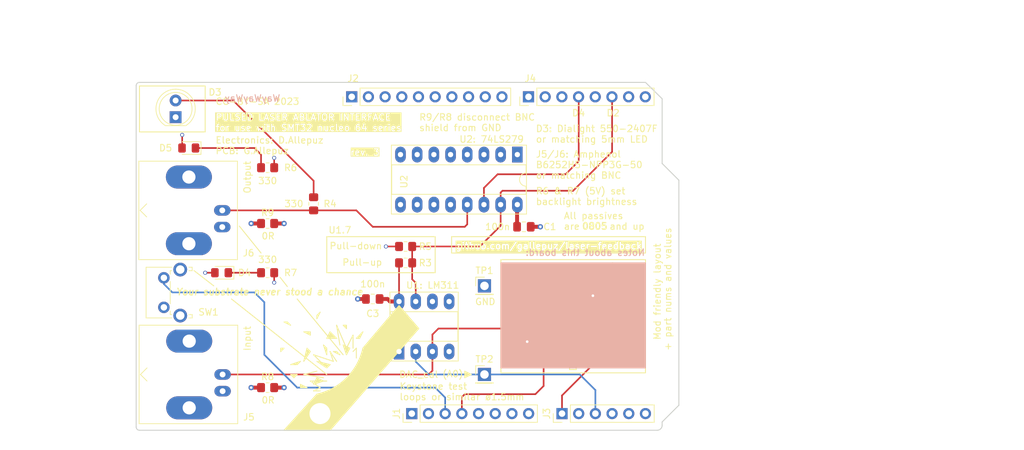
<source format=kicad_pcb>
(kicad_pcb (version 20221018) (generator pcbnew)
  (title_block (date "mar. 31 mars 2015"))
  (layers (0 "F.Cu" signal) (1 "In1.Cu" signal) (2 "In2.Cu" signal) (31 "B.Cu" signal) (34 "B.Paste" user) (35 "F.Paste" user) (36 "B.SilkS" user "B.Silkscreen") (37 "F.SilkS" user "F.Silkscreen") (38 "B.Mask" user) (39 "F.Mask" user) (44 "Edge.Cuts" user))
  (net 0 "")
  (net 1 "GND")
  (net 2 "Net-(D3-A)")
  (net 3 "+5V")
  (net 4 "/IOREF")
  (net 5 "/A0")
  (net 6 "/A1")
  (net 7 "/A2")
  (net 8 "/A3")
  (net 9 "/13")
  (net 10 "/12")
  (net 11 "/AREF")
  (net 12 "/8")
  (net 13 "/7")
  (net 14 "/*11")
  (net 15 "/*10")
  (net 16 "/*9")
  (net 17 "/4")
  (net 18 "/2")
  (net 19 "/*6")
  (net 20 "/*5")
  (net 21 "/TX{slash}1")
  (net 22 "/*3")
  (net 23 "/RX{slash}0")
  (net 24 "+3V3")
  (net 25 "VCC")
  (net 26 "/~{RESET}")
  (net 32 "Net-(J5-In)")
  (net 33 "Net-(J6-In)")
  (net 36 "Net-(D4-K)")
  (net 37 "Net-(D5-K)")
  (net 38 "Net-(J5-Ext)")
  (net 39 "Net-(J6-Ext)")
  (footprint "Connector_PinHeader_2.54mm:PinHeader_1x08_P2.54mm_Vertical" (layer "F.Cu") (at 127.94 97.46 90)
    (fp_text reference "J1" (at 0 -2.33 90) (layer "F.SilkS"))
    (fp_text value "Power")
    (fp_line (start -1.33 -1.33) (end 0 -1.33) (stroke (width 0.12)) (layer "F.SilkS"))
    (fp_line (start -1.33 0) (end -1.33 -1.33) (stroke (width 0.12)) (layer "F.SilkS"))
    (fp_line (start -1.33 1.27) (end -1.33 19.11) (stroke (width 0.12)) (layer "F.SilkS"))
    (fp_line (start -1.33 1.27) (end 1.33 1.27) (stroke (width 0.12)) (layer "F.SilkS"))
    (fp_line (start -1.33 19.11) (end 1.33 19.11) (stroke (width 0.12)) (layer "F.SilkS"))
    (fp_line (start 1.33 1.27) (end 1.33 19.11) (stroke (width 0.12)) (layer "F.SilkS"))
    (pad "1" thru_hole rect locked (at 0 0 90) (size 1.7 1.7) (drill 1) (layers "*.Cu" "*.Mask"))
    (pad "2" thru_hole oval locked (at 0 2.54 90) (size 1.7 1.7) (drill 1) (layers "*.Cu" "*.Mask") (net 4 "/IOREF"))
    (pad "3" thru_hole oval locked (at 0 5.08 90) (size 1.7 1.7) (drill 1) (layers "*.Cu" "*.Mask") (net 26 "/~{RESET}"))
    (pad "4" thru_hole oval locked (at 0 7.62 90) (size 1.7 1.7) (drill 1) (layers "*.Cu" "*.Mask") (net 24 "+3V3"))
    (pad "5" thru_hole oval locked (at 0 10.16 90) (size 1.7 1.7) (drill 1) (layers "*.Cu" "*.Mask") (net 3 "+5V"))
    (pad "6" thru_hole oval locked (at 0 12.7 90) (size 1.7 1.7) (drill 1) (layers "*.Cu" "*.Mask") (net 1 "GND"))
    (pad "7" thru_hole oval locked (at 0 15.24 90) (size 1.7 1.7) (drill 1) (layers "*.Cu" "*.Mask") (net 1 "GND"))
    (pad "8" thru_hole oval locked (at 0 17.78 90) (size 1.7 1.7) (drill 1) (layers "*.Cu" "*.Mask") (net 25 "VCC"))
  )
  (footprint "Connector_PinHeader_2.54mm:PinHeader_1x06_P2.54mm_Vertical" (layer "F.Cu") (at 150.8 97.46 90)
    (fp_text reference "J3" (at 0 -2.33 90) (layer "F.SilkS"))
    (fp_text value "Analog")
    (fp_line (start -1.33 -1.33) (end 0 -1.33) (stroke (width 0.12)) (layer "F.SilkS"))
    (fp_line (start -1.33 0) (end -1.33 -1.33) (stroke (width 0.12)) (layer "F.SilkS"))
    (fp_line (start -1.33 1.27) (end -1.33 14.03) (stroke (width 0.12)) (layer "F.SilkS"))
    (fp_line (start -1.33 1.27) (end 1.33 1.27) (stroke (width 0.12)) (layer "F.SilkS"))
    (fp_line (start -1.33 14.03) (end 1.33 14.03) (stroke (width 0.12)) (layer "F.SilkS"))
    (fp_line (start 1.33 1.27) (end 1.33 14.03) (stroke (width 0.12)) (layer "F.SilkS"))
    (pad "1" thru_hole rect locked (at 0 0 90) (size 1.7 1.7) (drill 1) (layers "*.Cu" "*.Mask") (net 5 "/A0"))
    (pad "2" thru_hole oval locked (at 0 2.54 90) (size 1.7 1.7) (drill 1) (layers "*.Cu" "*.Mask") (net 6 "/A1"))
    (pad "3" thru_hole oval locked (at 0 5.08 90) (size 1.7 1.7) (drill 1) (layers "*.Cu" "*.Mask") (net 7 "/A2"))
    (pad "4" thru_hole oval locked (at 0 7.62 90) (size 1.7 1.7) (drill 1) (layers "*.Cu" "*.Mask") (net 8 "/A3"))
    (pad "5" thru_hole oval locked (at 0 10.16 90) (size 1.7 1.7) (drill 1) (layers "*.Cu" "*.Mask"))
    (pad "6" thru_hole oval locked (at 0 12.7 90) (size 1.7 1.7) (drill 1) (layers "*.Cu" "*.Mask"))
  )
  (footprint "Connector_PinHeader_2.54mm:PinHeader_1x10_P2.54mm_Vertical" (layer "F.Cu") (at 118.8 49.2 90)
    (fp_text reference "J2" (at 2.8 0.204) (layer "F.SilkS"))
    (fp_text value "Digital/PWM")
    (fp_line (start -1.33 -1.33) (end 0 -1.33) (stroke (width 0.12)) (layer "F.SilkS"))
    (fp_line (start -1.33 0) (end -1.33 -1.33) (stroke (width 0.12)) (layer "F.SilkS"))
    (fp_line (start -1.33 1.27) (end -1.33 24.19) (stroke (width 0.12)) (layer "F.SilkS"))
    (fp_line (start -1.33 1.27) (end 1.33 1.27) (stroke (width 0.12)) (layer "F.SilkS"))
    (fp_line (start -1.33 24.19) (end 1.33 24.19) (stroke (width 0.12)) (layer "F.SilkS"))
    (fp_line (start 1.33 1.27) (end 1.33 24.19) (stroke (width 0.12)) (layer "F.SilkS"))
    (pad "1" thru_hole rect locked (at 0 0 90) (size 1.7 1.7) (drill 1) (layers "*.Cu" "*.Mask"))
    (pad "2" thru_hole oval locked (at 0 2.54 90) (size 1.7 1.7) (drill 1) (layers "*.Cu" "*.Mask"))
    (pad "3" thru_hole oval locked (at 0 5.08 90) (size 1.7 1.7) (drill 1) (layers "*.Cu" "*.Mask") (net 11 "/AREF"))
    (pad "4" thru_hole oval locked (at 0 7.62 90) (size 1.7 1.7) (drill 1) (layers "*.Cu" "*.Mask") (net 1 "GND"))
    (pad "5" thru_hole oval locked (at 0 10.16 90) (size 1.7 1.7) (drill 1) (layers "*.Cu" "*.Mask") (net 9 "/13"))
    (pad "6" thru_hole oval locked (at 0 12.7 90) (size 1.7 1.7) (drill 1) (layers "*.Cu" "*.Mask") (net 10 "/12"))
    (pad "7" thru_hole oval locked (at 0 15.24 90) (size 1.7 1.7) (drill 1) (layers "*.Cu" "*.Mask") (net 14 "/*11"))
    (pad "8" thru_hole oval locked (at 0 17.78 90) (size 1.7 1.7) (drill 1) (layers "*.Cu" "*.Mask") (net 15 "/*10"))
    (pad "9" thru_hole oval locked (at 0 20.32 90) (size 1.7 1.7) (drill 1) (layers "*.Cu" "*.Mask") (net 16 "/*9"))
    (pad "10" thru_hole oval locked (at 0 22.86 90) (size 1.7 1.7) (drill 1) (layers "*.Cu" "*.Mask") (net 12 "/8"))
  )
  (footprint "Connector_PinHeader_2.54mm:PinHeader_1x08_P2.54mm_Vertical" (layer "F.Cu") (at 145.7 49.2 90)
    (fp_text reference "J4" (at 2.8 0.28) (layer "F.SilkS"))
    (fp_text value "Digital/PWM")
    (fp_line (start -1.33 -1.33) (end 0 -1.33) (stroke (width 0.12)) (layer "F.SilkS"))
    (fp_line (start -1.33 0) (end -1.33 -1.33) (stroke (width 0.12)) (layer "F.SilkS"))
    (fp_line (start -1.33 1.27) (end -1.33 19.11) (stroke (width 0.12)) (layer "F.SilkS"))
    (fp_line (start -1.33 1.27) (end 1.33 1.27) (stroke (width 0.12)) (layer "F.SilkS"))
    (fp_line (start -1.33 19.11) (end 1.33 19.11) (stroke (width 0.12)) (layer "F.SilkS"))
    (fp_line (start 1.33 1.27) (end 1.33 19.11) (stroke (width 0.12)) (layer "F.SilkS"))
    (pad "1" thru_hole rect locked (at 0 0 90) (size 1.7 1.7) (drill 1) (layers "*.Cu" "*.Mask") (net 13 "/7"))
    (pad "2" thru_hole oval locked (at 0 2.54 90) (size 1.7 1.7) (drill 1) (layers "*.Cu" "*.Mask") (net 19 "/*6"))
    (pad "3" thru_hole oval locked (at 0 5.08 90) (size 1.7 1.7) (drill 1) (layers "*.Cu" "*.Mask") (net 20 "/*5"))
    (pad "4" thru_hole oval locked (at 0 7.62 90) (size 1.7 1.7) (drill 1) (layers "*.Cu" "*.Mask") (net 17 "/4"))
    (pad "5" thru_hole oval locked (at 0 10.16 90) (size 1.7 1.7) (drill 1) (layers "*.Cu" "*.Mask") (net 22 "/*3"))
    (pad "6" thru_hole oval locked (at 0 12.7 90) (size 1.7 1.7) (drill 1) (layers "*.Cu" "*.Mask") (net 18 "/2"))
    (pad "7" thru_hole oval locked (at 0 15.24 90) (size 1.7 1.7) (drill 1) (layers "*.Cu" "*.Mask") (net 21 "/TX{slash}1"))
    (pad "8" thru_hole oval locked (at 0 17.78 90) (size 1.7 1.7) (drill 1) (layers "*.Cu" "*.Mask") (net 23 "/RX{slash}0"))
  )
  (footprint "Diode_SMD:D_SOD-123" (layer "F.Cu") (at 152.5 86.2 90)
    (fp_text reference "D1" (at -3.8 0 90) (layer "F.SilkS"))
    (fp_text value "1N5711" hide)
    (fp_line (start -2.36 -1) (end -2.36 1) (stroke (width 0.12)) (layer "F.SilkS"))
    (fp_line (start -2.36 -1) (end 1.65 -1) (stroke (width 0.12)) (layer "F.SilkS"))
    (fp_line (start -2.36 1) (end 1.65 1) (stroke (width 0.12)) (layer "F.SilkS"))
    (pad "1" smd roundrect (at -1.65 0 90) (size 0.9 1.2) (layers "F.Cu" "F.Paste" "F.Mask") (net 24 "+3V3"))
    (pad "2" smd roundrect (at 1.65 0 90) (size 0.9 1.2) (layers "F.Cu" "F.Paste" "F.Mask") (net 5 "/A0"))
  )
  (footprint "Connector_PinHeader_2.54mm:PinHeader_1x01_P2.54mm_Vertical" (layer "F.Cu") (at 139 91.5)
    (fp_text reference "TP2" (at 0 -2.33) (layer "F.SilkS"))
    (fp_text value "DAC_cal" (at -10 0) (layer "F.SilkS"))
    (fp_line (start -1.33 -1.33) (end 0 -1.33) (stroke (width 0.12)) (layer "F.SilkS"))
    (fp_line (start -1.33 0) (end -1.33 -1.33) (stroke (width 0.12)) (layer "F.SilkS"))
    (fp_line (start -1.33 1.27) (end -1.33 1.33) (stroke (width 0.12)) (layer "F.SilkS"))
    (fp_line (start -1.33 1.27) (end 1.33 1.27) (stroke (width 0.12)) (layer "F.SilkS"))
    (fp_line (start -1.33 1.33) (end 1.33 1.33) (stroke (width 0.12)) (layer "F.SilkS"))
    (fp_line (start 1.33 1.27) (end 1.33 1.33) (stroke (width 0.12)) (layer "F.SilkS"))
    (pad "1" thru_hole rect (at 0 0) (size 2 2) (drill 1.3) (layers "*.Cu" "*.Mask") (net 7 "/A2"))
  )
  (footprint "Button_Switch_THT:SW_Tactile_SPST_Angled_PTS645Vx39-2LFS" (layer "F.Cu") (at 90.2125 81.275 90)
    (fp_text reference "SW1" (at -0.725 6.7875 180) (layer "F.SilkS"))
    (fp_text value "SW_Push")
    (fp_line (start -1.61 -2.7) (end -1.61 1.2) (stroke (width 0.12)) (layer "F.SilkS"))
    (fp_line (start -1.61 -2.7) (end 6.11 -2.7) (stroke (width 0.12)) (layer "F.SilkS"))
    (fp_line (start -1.61 3.8) (end -1.61 4.31) (stroke (width 0.12)) (layer "F.SilkS"))
    (fp_line (start -1.61 4.31) (end -1.09 4.31) (stroke (width 0.12)) (layer "F.SilkS"))
    (fp_line (start -1.09 0.97) (end -1.09 1.2) (stroke (width 0.12)) (layer "F.SilkS"))
    (fp_line (start -1.09 0.97) (end -0.55 0.97) (stroke (width 0.12)) (layer "F.SilkS"))
    (fp_line (start -1.09 3.8) (end -1.09 4.31) (stroke (width 0.12)) (layer "F.SilkS"))
    (fp_line (start 0.55 0.97) (end 3.95 0.97) (stroke (width 0.12)) (layer "F.SilkS"))
    (fp_line (start 5.05 0.97) (end 5.59 0.97) (stroke (width 0.12)) (layer "F.SilkS"))
    (fp_line (start 5.59 0.97) (end 5.59 1.2) (stroke (width 0.12)) (layer "F.SilkS"))
    (fp_line (start 5.59 3.8) (end 5.59 4.31) (stroke (width 0.12)) (layer "F.SilkS"))
    (fp_line (start 5.59 4.31) (end 6.11 4.31) (stroke (width 0.12)) (layer "F.SilkS"))
    (fp_line (start 6.11 -2.7) (end 6.11 1.2) (stroke (width 0.12)) (layer "F.SilkS"))
    (fp_line (start 6.11 3.8) (end 6.11 4.31) (stroke (width 0.12)) (layer "F.SilkS"))
    (pad "" thru_hole circle (at -1.25 2.49 90) (size 2.1 2.1) (drill 1.3) (layers "*.Cu" "*.Mask"))
    (pad "" thru_hole circle (at 5.76 2.49 90) (size 2.1 2.1) (drill 1.3) (layers "*.Cu" "*.Mask"))
    (pad "1" thru_hole circle (at 0 0 90) (size 1.75 1.75) (drill 0.99) (layers "*.Cu" "*.Mask") (net 1 "GND"))
    (pad "2" thru_hole circle (at 4.5 0 90) (size 1.75 1.75) (drill 0.99) (layers "*.Cu" "*.Mask") (net 26 "/~{RESET}"))
  )
  (footprint "LED_THT:LED_D5.0mm" (layer "F.Cu") (at 92 52.3 90)
    (fp_text reference "D3" (at 3.8 6 180) (layer "F.SilkS"))
    (fp_text value "LED")
    (fp_line (start -1.29 -1.545) (end -1.29 1.545) (stroke (width 0.12)) (layer "F.SilkS"))
    (fp_arc (start -1.29 -1.54483) (mid 2.072002 -2.880433) (end 4.26 0.000462) (stroke (width 0.12)) (layer "F.SilkS"))
    (fp_arc (start 4.26 -0.000462) (mid 2.072002 2.880433) (end -1.29 1.54483) (stroke (width 0.12)) (layer "F.SilkS"))
    (fp_circle (center 1.27 0) (end 3.77 0) (stroke (width 0.12)) (fill none) (layer "F.SilkS"))
    (pad "1" thru_hole rect (at 0 0 90) (size 1.8 1.8) (drill 0.9) (layers "*.Cu" "*.Mask") (net 1 "GND"))
    (pad "2" thru_hole circle (at 2.54 0 90) (size 1.8 1.8) (drill 0.9) (layers "*.Cu" "*.Mask") (net 2 "Net-(D3-A)"))
  )
  (footprint "Resistor_SMD:R_0805_2012Metric_Pad1.20x1.40mm_HandSolder" (layer "F.Cu") (at 106 76)
    (fp_text reference "R7" (at 3.5 0) (layer "F.SilkS"))
    (fp_text value "330" (at 0 -2) (layer "F.SilkS"))
    (fp_line (start -0.227064 -0.735) (end 0.227064 -0.735) (stroke (width 0.12)) (layer "F.SilkS"))
    (fp_line (start -0.227064 0.735) (end 0.227064 0.735) (stroke (width 0.12)) (layer "F.SilkS"))
    (pad "1" smd roundrect (at -1 0) (size 1.2 1.4) (layers "F.Cu" "F.Paste" "F.Mask") (roundrect_rratio 0.2083333333) (net 36 "Net-(D4-K)"))
    (pad "2" smd roundrect (at 1 0) (size 1.2 1.4) (layers "F.Cu" "F.Paste" "F.Mask") (roundrect_rratio 0.2083333333) (net 1 "GND"))
  )
  (footprint "Diode_SMD:D_SOD-123" (layer "F.Cu") (at 155.5 82.85 90)
    (fp_text reference "D2" (at -3.65 0 90) (layer "F.SilkS"))
    (fp_text value "1N5711" hide)
    (fp_line (start -2.36 -1) (end -2.36 1) (stroke (width 0.12)) (layer "F.SilkS"))
    (fp_line (start -2.36 -1) (end 1.65 -1) (stroke (width 0.12)) (layer "F.SilkS"))
    (fp_line (start -2.36 1) (end 1.65 1) (stroke (width 0.12)) (layer "F.SilkS"))
    (pad "1" smd roundrect (at -1.65 0 90) (size 0.9 1.2) (layers "F.Cu" "F.Paste" "F.Mask") (net 5 "/A0"))
    (pad "2" smd roundrect (at 1.65 0 90) (size 0.9 1.2) (layers "F.Cu" "F.Paste" "F.Mask") (net 1 "GND"))
  )
  (footprint "Connector_Coaxial:BNC_Amphenol_B6252HB-NPP3G-50_Horizontal" (layer "F.Cu") (at 99.15 91.5 90)
    (fp_text reference "J5" (at -6.5 4 180) (layer "F.SilkS"))
    (fp_text value "Conn_Coaxial")
    (fp_line (start -7.5 -12.7) (end 7.5 -12.7) (stroke (width 0.12)) (layer "F.SilkS"))
    (fp_line (start -7.5 2.3) (end -7.5 -12.7) (stroke (width 0.12)) (layer "F.SilkS"))
    (fp_line (start 0 -12.5) (end -1 -11.5) (stroke (width 0.12)) (layer "F.SilkS"))
    (fp_line (start 0 -12.5) (end 1 -11.5) (stroke (width 0.12)) (layer "F.SilkS"))
    (fp_line (start 7.5 -12.7) (end 7.5 2.3) (stroke (width 0.12)) (layer "F.SilkS"))
    (fp_line (start 7.5 2.3) (end -7.5 2.3) (stroke (width 0.12)) (layer "F.SilkS"))
    (pad "1" thru_hole oval (at 0 0 90) (size 1.6 2.5) (drill 0.89) (layers "*.Cu" "*.Mask") (net 32 "Net-(J5-In)"))
    (pad "2" thru_hole oval (at -5.08 -5.08 90) (size 3.5 7) (drill 2.01) (layers "*.Cu" "*.Mask") (net 38 "Net-(J5-Ext)"))
    (pad "2" thru_hole oval (at -2.54 0 90) (size 1.6 2.5) (drill 0.89) (layers "*.Cu" "*.Mask") (net 38 "Net-(J5-Ext)"))
    (pad "2" thru_hole oval (at 5.08 -5.08 90) (size 3.5 7) (drill 2.01) (layers "*.Cu" "*.Mask") (net 38 "Net-(J5-Ext)"))
  )
  (footprint "LED_SMD:LED_0805_2012Metric_Pad1.15x1.40mm_HandSolder" (layer "F.Cu") (at 94 57 180)
    (fp_text reference "D5" (at 3.525 0) (layer "F.SilkS"))
    (fp_text value "LED")
    (fp_line (start -1.86 -0.96) (end -1.86 0.96) (stroke (width 0.12)) (layer "F.SilkS"))
    (fp_line (start -1.86 0.96) (end 1 0.96) (stroke (width 0.12)) (layer "F.SilkS"))
    (fp_line (start 1 -0.96) (end -1.86 -0.96) (stroke (width 0.12)) (layer "F.SilkS"))
    (pad "1" smd roundrect (at -1.025 0 180) (size 1.15 1.4) (layers "F.Cu" "F.Paste" "F.Mask") (roundrect_rratio 0.2173913043) (net 37 "Net-(D5-K)"))
    (pad "2" smd roundrect (at 1.025 0 180) (size 1.15 1.4) (layers "F.Cu" "F.Paste" "F.Mask") (roundrect_rratio 0.2173913043) (net 3 "+5V"))
  )
  (footprint "Resistor_SMD:R_0805_2012Metric_Pad1.20x1.40mm_HandSolder" (layer "F.Cu") (at 113 65.5 90)
    (fp_text reference "R4" (at 0 2.5 180) (layer "F.SilkS"))
    (fp_text value "330" (at 0 -3 180) (layer "F.SilkS"))
    (fp_line (start -0.227064 -0.735) (end 0.227064 -0.735) (stroke (width 0.12)) (layer "F.SilkS"))
    (fp_line (start -0.227064 0.735) (end 0.227064 0.735) (stroke (width 0.12)) (layer "F.SilkS"))
    (pad "1" smd roundrect (at -1 0 90) (size 1.2 1.4) (layers "F.Cu" "F.Paste" "F.Mask") (roundrect_rratio 0.2083333333) (net 33 "Net-(J6-In)"))
    (pad "2" smd roundrect (at 1 0 90) (size 1.2 1.4) (layers "F.Cu" "F.Paste" "F.Mask") (roundrect_rratio 0.2083333333) (net 2 "Net-(D3-A)"))
  )
  (footprint "Package_DIP:DIP-16_W7.62mm_Socket_LongPads" (layer "F.Cu") (at 144 58 -90)
    (fp_text reference "U2" (at 4.12 17.24 90) (layer "F.SilkS"))
    (fp_text value "74LS279")
    (fp_line (start -1.44 -1.39) (end -1.44 19.17) (stroke (width 0.12)) (layer "F.SilkS"))
    (fp_line (start -1.44 19.17) (end 9.06 19.17) (stroke (width 0.12)) (layer "F.SilkS"))
    (fp_line (start 1.56 -1.33) (end 1.56 19.11) (stroke (width 0.12)) (layer "F.SilkS"))
    (fp_line (start 1.56 19.11) (end 6.06 19.11) (stroke (width 0.12)) (layer "F.SilkS"))
    (fp_line (start 2.81 -1.33) (end 1.56 -1.33) (stroke (width 0.12)) (layer "F.SilkS"))
    (fp_line (start 6.06 -1.33) (end 4.81 -1.33) (stroke (width 0.12)) (layer "F.SilkS"))
    (fp_line (start 6.06 19.11) (end 6.06 -1.33) (stroke (width 0.12)) (layer "F.SilkS"))
    (fp_line (start 9.06 -1.39) (end -1.44 -1.39) (stroke (width 0.12)) (layer "F.SilkS"))
    (fp_line (start 9.06 19.17) (end 9.06 -1.39) (stroke (width 0.12)) (layer "F.SilkS"))
    (fp_arc (start 4.81 -1.33) (mid 3.81 -0.33) (end 2.81 -1.33) (stroke (width 0.12)) (layer "F.SilkS"))
    (pad "1" thru_hole rect (at 0 0 270) (size 2.4 1.6) (drill 0.8) (layers "*.Cu" "*.Mask"))
    (pad "2" thru_hole oval (at 0 2.54 270) (size 2.4 1.6) (drill 0.8) (layers "*.Cu" "*.Mask"))
    (pad "3" thru_hole oval (at 0 5.08 270) (size 2.4 1.6) (drill 0.8) (layers "*.Cu" "*.Mask"))
    (pad "4" thru_hole oval (at 0 7.62 270) (size 2.4 1.6) (drill 0.8) (layers "*.Cu" "*.Mask"))
    (pad "5" thru_hole oval (at 0 10.16 270) (size 2.4 1.6) (drill 0.8) (layers "*.Cu" "*.Mask"))
    (pad "6" thru_hole oval (at 0 12.7 270) (size 2.4 1.6) (drill 0.8) (layers "*.Cu" "*.Mask"))
    (pad "7" thru_hole oval (at 0 15.24 270) (size 2.4 1.6) (drill 0.8) (layers "*.Cu" "*.Mask"))
    (pad "8" thru_hole oval (at 0 17.78 270) (size 2.4 1.6) (drill 0.8) (layers "*.Cu" "*.Mask") (net 1 "GND"))
    (pad "9" thru_hole oval (at 7.62 17.78 270) (size 2.4 1.6) (drill 0.8) (layers "*.Cu" "*.Mask"))
    (pad "10" thru_hole oval (at 7.62 15.24 270) (size 2.4 1.6) (drill 0.8) (layers "*.Cu" "*.Mask"))
    (pad "11" thru_hole oval (at 7.62 12.7 270) (size 2.4 1.6) (drill 0.8) (layers "*.Cu" "*.Mask"))
    (pad "12" thru_hole oval (at 7.62 10.16 270) (size 2.4 1.6) (drill 0.8) (layers "*.Cu" "*.Mask"))
    (pad "13" thru_hole oval (at 7.62 7.62 270) (size 2.4 1.6) (drill 0.8) (layers "*.Cu" "*.Mask") (net 33 "Net-(J6-In)"))
    (pad "14" thru_hole oval (at 7.62 5.08 270) (size 2.4 1.6) (drill 0.8) (layers "*.Cu" "*.Mask") (net 17 "/4"))
    (pad "15" thru_hole oval (at 7.62 2.54 270) (size 2.4 1.6) (drill 0.8) (layers "*.Cu" "*.Mask") (net 18 "/2"))
    (pad "16" thru_hole oval (at 7.62 0 270) (size 2.4 1.6) (drill 0.8) (layers "*.Cu" "*.Mask") (net 3 "+5V"))
  )
  (footprint "Resistor_SMD:R_0805_2012Metric_Pad1.20x1.40mm_HandSolder" (layer "F.Cu") (at 106 93.5)
    (fp_text reference "R8" (at 0 -1.65) (layer "F.SilkS"))
    (fp_text value "0")
    (fp_line (start -0.227064 -0.735) (end 0.227064 -0.735) (stroke (width 0.12)) (layer "F.SilkS"))
    (fp_line (start -0.227064 0.735) (end 0.227064 0.735) (stroke (width 0.12)) (layer "F.SilkS"))
    (pad "1" smd roundrect (at -1 0) (size 1.2 1.4) (layers "F.Cu" "F.Paste" "F.Mask") (roundrect_rratio 0.2083333333) (net 38 "Net-(J5-Ext)"))
    (pad "2" smd roundrect (at 1 0) (size 1.2 1.4) (layers "F.Cu" "F.Paste" "F.Mask") (roundrect_rratio 0.2083333333) (net 1 "GND"))
  )
  (footprint "Resistor_SMD:R_0805_2012Metric_Pad1.20x1.40mm_HandSolder" (layer "F.Cu") (at 127 74.5)
    (fp_text reference "R3" (at 3 0) (layer "F.SilkS"))
    (fp_text value "10k")
    (fp_line (start -0.227064 -0.735) (end 0.227064 -0.735) (stroke (width 0.12)) (layer "F.SilkS"))
    (fp_line (start -0.227064 0.735) (end 0.227064 0.735) (stroke (width 0.12)) (layer "F.SilkS"))
    (pad "1" smd roundrect (at -1 0) (size 1.2 1.4) (layers "F.Cu" "F.Paste" "F.Mask") (roundrect_rratio 0.2083333333) (net 3 "+5V"))
    (pad "2" smd roundrect (at 1 0) (size 1.2 1.4) (layers "F.Cu" "F.Paste" "F.Mask") (roundrect_rratio 0.2083333333) (net 18 "/2"))
  )
  (footprint "Package_DIP:DIP-8_W7.62mm_Socket_LongPads" (layer "F.Cu") (at 126 88 90)
    (fp_text reference "U1" (at 2.5 -2.33 90) (layer "F.SilkS"))
    (fp_text value "LM311")
    (fp_line (start -1.44 -1.39) (end -1.44 9.01) (stroke (width 0.12)) (layer "F.SilkS"))
    (fp_line (start -1.44 9.01) (end 9.06 9.01) (stroke (width 0.12)) (layer "F.SilkS"))
    (fp_line (start 1.56 -1.33) (end 1.56 8.95) (stroke (width 0.12)) (layer "F.SilkS"))
    (fp_line (start 1.56 8.95) (end 6.06 8.95) (stroke (width 0.12)) (layer "F.SilkS"))
    (fp_line (start 2.81 -1.33) (end 1.56 -1.33) (stroke (width 0.12)) (layer "F.SilkS"))
    (fp_line (start 6.06 -1.33) (end 4.81 -1.33) (stroke (width 0.12)) (layer "F.SilkS"))
    (fp_line (start 6.06 8.95) (end 6.06 -1.33) (stroke (width 0.12)) (layer "F.SilkS"))
    (fp_line (start 9.06 -1.39) (end -1.44 -1.39) (stroke (width 0.12)) (layer "F.SilkS"))
    (fp_line (start 9.06 9.01) (end 9.06 -1.39) (stroke (width 0.12)) (layer "F.SilkS"))
    (fp_arc (start 4.81 -1.33) (mid 3.81 -0.33) (end 2.81 -1.33) (stroke (width 0.12)) (layer "F.SilkS"))
    (pad "1" thru_hole rect (at 0 0 90) (size 2.4 1.6) (drill 0.8) (layers "*.Cu" "*.Mask") (net 1 "GND"))
    (pad "2" thru_hole oval (at 0 2.54 90) (size 2.4 1.6) (drill 0.8) (layers "*.Cu" "*.Mask") (net 7 "/A2"))
    (pad "3" thru_hole oval (at 0 5.08 90) (size 2.4 1.6) (drill 0.8) (layers "*.Cu" "*.Mask") (net 32 "Net-(J5-In)"))
    (pad "4" thru_hole oval (at 0 7.62 90) (size 2.4 1.6) (drill 0.8) (layers "*.Cu" "*.Mask") (net 1 "GND"))
    (pad "5" thru_hole oval (at 7.62 7.62 90) (size 2.4 1.6) (drill 0.8) (layers "*.Cu" "*.Mask"))
    (pad "6" thru_hole oval (at 7.62 5.08 90) (size 2.4 1.6) (drill 0.8) (layers "*.Cu" "*.Mask"))
    (pad "7" thru_hole oval (at 7.62 2.54 90) (size 2.4 1.6) (drill 0.8) (layers "*.Cu" "*.Mask") (net 18 "/2"))
    (pad "8" thru_hole oval (at 7.62 0 90) (size 2.4 1.6) (drill 0.8) (layers "*.Cu" "*.Mask") (net 3 "+5V"))
  )
  (footprint "Arduino_MountingHole:MountingHole_3.2mm" (layer "F.Cu") (at 115.24 49.2)
    (fp_text reference "MH1" hide)
    (fp_text value "MountingHole_3.2mm" hide)
    (pad "" np_thru_hole circle locked (at 0 0) (size 3.2 3.2) (drill 3.2) (layers "*.Cu" "*.Mask"))
  )
  (footprint "LED_SMD:LED_0805_2012Metric_Pad1.15x1.40mm_HandSolder" (layer "F.Cu") (at 99 76 180)
    (fp_text reference "D4" (at -3.5 0) (layer "F.SilkS"))
    (fp_text value "LED")
    (fp_line (start -1.86 -0.96) (end -1.86 0.96) (stroke (width 0.12)) (layer "F.SilkS"))
    (fp_line (start -1.86 0.96) (end 1 0.96) (stroke (width 0.12)) (layer "F.SilkS"))
    (fp_line (start 1 -0.96) (end -1.86 -0.96) (stroke (width 0.12)) (layer "F.SilkS"))
    (pad "1" smd roundrect (at -1.025 0 180) (size 1.15 1.4) (layers "F.Cu" "F.Paste" "F.Mask") (roundrect_rratio 0.2173913043) (net 36 "Net-(D4-K)"))
    (pad "2" smd roundrect (at 1.025 0 180) (size 1.15 1.4) (layers "F.Cu" "F.Paste" "F.Mask") (roundrect_rratio 0.2173913043) (net 3 "+5V"))
  )
  (footprint "Resistor_SMD:R_0805_2012Metric_Pad1.20x1.40mm_HandSolder" (layer "F.Cu") (at 148 84.5)
    (fp_text reference "R1" (at 0 -2 180) (layer "F.SilkS"))
    (fp_text value "1M" hide)
    (fp_line (start -0.227064 -0.735) (end 0.227064 -0.735) (stroke (width 0.12)) (layer "F.SilkS"))
    (fp_line (start -0.227064 0.735) (end 0.227064 0.735) (stroke (width 0.12)) (layer "F.SilkS"))
    (pad "1" smd roundrect (at -1 0) (size 1.2 1.4) (layers "F.Cu" "F.Paste" "F.Mask") (roundrect_rratio 0.2083333333) (net 32 "Net-(J5-In)"))
    (pad "2" smd roundrect (at 1 0) (size 1.2 1.4) (layers "F.Cu" "F.Paste" "F.Mask") (roundrect_rratio 0.2083333333) (net 5 "/A0"))
  )
  (footprint "Connector_PinHeader_2.54mm:PinHeader_1x01_P2.54mm_Vertical" (layer "F.Cu") (at 139 78)
    (fp_text reference "TP1" (at 0 -2.33) (layer "F.SilkS"))
    (fp_text value "GND_hook")
    (fp_line (start -1.33 -1.33) (end 0 -1.33) (stroke (width 0.12)) (layer "F.SilkS"))
    (fp_line (start -1.33 0) (end -1.33 -1.33) (stroke (width 0.12)) (layer "F.SilkS"))
    (fp_line (start -1.33 1.27) (end -1.33 1.33) (stroke (width 0.12)) (layer "F.SilkS"))
    (fp_line (start -1.33 1.27) (end 1.33 1.27) (stroke (width 0.12)) (layer "F.SilkS"))
    (fp_line (start -1.33 1.33) (end 1.33 1.33) (stroke (width 0.12)) (layer "F.SilkS"))
    (fp_line (start 1.33 1.27) (end 1.33 1.33) (stroke (width 0.12)) (layer "F.SilkS"))
    (pad "1" thru_hole rect (at 0 0) (size 2 2) (drill 1.3) (layers "*.Cu" "*.Mask") (net 1 "GND"))
  )
  (footprint "Capacitor_SMD:C_0805_2012Metric_Pad1.18x1.45mm_HandSolder" (layer "F.Cu") (at 122 80 180)
    (fp_text reference "C3" (at 0 -2.22 180) (layer "F.SilkS"))
    (fp_text value "100n" (at 0 2.28 180) (layer "F.SilkS"))
    (fp_line (start -0.261252 -0.735) (end 0.261252 -0.735) (stroke (width 0.12)) (layer "F.SilkS"))
    (fp_line (start -0.261252 0.735) (end 0.261252 0.735) (stroke (width 0.12)) (layer "F.SilkS"))
    (pad "1" smd roundrect (at -1.0375 0 180) (size 1.175 1.45) (layers "F.Cu" "F.Paste" "F.Mask") (roundrect_rratio 0.2127659574) (net 3 "+5V"))
    (pad "2" smd roundrect (at 1.0375 0 180) (size 1.175 1.45) (layers "F.Cu" "F.Paste" "F.Mask") (roundrect_rratio 0.2127659574) (net 1 "GND"))
  )
  (footprint "Resistor_SMD:R_0805_2012Metric_Pad1.20x1.40mm_HandSolder" (layer "F.Cu") (at 106 68.5)
    (fp_text reference "R9" (at 0 -1.65) (layer "F.SilkS"))
    (fp_text value "0")
    (fp_line (start -0.227064 -0.735) (end 0.227064 -0.735) (stroke (width 0.12)) (layer "F.SilkS"))
    (fp_line (start -0.227064 0.735) (end 0.227064 0.735) (stroke (width 0.12)) (layer "F.SilkS"))
    (pad "1" smd roundrect (at -1 0) (size 1.2 1.4) (layers "F.Cu" "F.Paste" "F.Mask") (roundrect_rratio 0.2083333333) (net 39 "Net-(J6-Ext)"))
    (pad "2" smd roundrect (at 1 0) (size 1.2 1.4) (layers "F.Cu" "F.Paste" "F.Mask") (roundrect_rratio 0.2083333333) (net 1 "GND"))
  )
  (footprint "Resistor_SMD:R_0805_2012Metric_Pad1.20x1.40mm_HandSolder" (layer "F.Cu") (at 127 72 180)
    (fp_text reference "R5" (at -3 0) (layer "F.SilkS"))
    (fp_text value "10k")
    (fp_line (start -0.227064 -0.735) (end 0.227064 -0.735) (stroke (width 0.12)) (layer "F.SilkS"))
    (fp_line (start -0.227064 0.735) (end 0.227064 0.735) (stroke (width 0.12)) (layer "F.SilkS"))
    (pad "1" smd roundrect (at -1 0 180) (size 1.2 1.4) (layers "F.Cu" "F.Paste" "F.Mask") (roundrect_rratio 0.2083333333) (net 18 "/2"))
    (pad "2" smd roundrect (at 1 0 180) (size 1.2 1.4) (layers "F.Cu" "F.Paste" "F.Mask") (roundrect_rratio 0.2083333333) (net 1 "GND"))
  )
  (footprint "Arduino_MountingHole:MountingHole_3.2mm" (layer "F.Cu") (at 113.97 97.46)
    (fp_text reference "MH2" hide)
    (fp_text value "MountingHole_3.2mm" hide)
    (pad "" np_thru_hole circle locked (at 0 0) (size 3.2 3.2) (drill 3.2) (layers "*.Cu" "*.Mask"))
  )
  (footprint "Resistor_SMD:R_0805_2012Metric_Pad1.20x1.40mm_HandSolder" (layer "F.Cu") (at 106 60 180)
    (fp_text reference "R6" (at -3.5 0) (layer "F.SilkS"))
    (fp_text value "330" (at 0 -2) (layer "F.SilkS"))
    (fp_line (start -0.227064 -0.735) (end 0.227064 -0.735) (stroke (width 0.12)) (layer "F.SilkS"))
    (fp_line (start -0.227064 0.735) (end 0.227064 0.735) (stroke (width 0.12)) (layer "F.SilkS"))
    (pad "1" smd roundrect (at -1 0 180) (size 1.2 1.4) (layers "F.Cu" "F.Paste" "F.Mask") (roundrect_rratio 0.2083333333) (net 1 "GND"))
    (pad "2" smd roundrect (at 1 0 180) (size 1.2 1.4) (layers "F.Cu" "F.Paste" "F.Mask") (roundrect_rratio 0.2083333333) (net 37 "Net-(D5-K)"))
  )
  (footprint "Arduino_MountingHole:MountingHole_3.2mm" (layer "F.Cu") (at 166.04 64.44)
    (fp_text reference "MH3" hide)
    (fp_text value "MountingHole_3.2mm" hide)
    (pad "" np_thru_hole circle locked (at 0 0) (size 3.2 3.2) (drill 3.2) (layers "*.Cu" "*.Mask"))
  )
  (footprint "Arduino_MountingHole:MountingHole_3.2mm" (layer "F.Cu") (at 166.04 92.38)
    (fp_text reference "MH4" hide)
    (fp_text value "MountingHole_3.2mm" hide)
    (pad "" np_thru_hole circle locked (at 0 0) (size 3.2 3.2) (drill 3.2) (layers "*.Cu" "*.Mask"))
  )
  (footprint "Resistor_SMD:R_0805_2012Metric_Pad1.20x1.40mm_HandSolder" (layer "F.Cu") (at 143.5 85.5 -90)
    (fp_text reference "R2" (at 3.5 0 -90) (layer "F.SilkS"))
    (fp_text value "1M" hide)
    (fp_line (start -0.227064 -0.735) (end 0.227064 -0.735) (stroke (width 0.12)) (layer "F.SilkS"))
    (fp_line (start -0.227064 0.735) (end 0.227064 0.735) (stroke (width 0.12)) (layer "F.SilkS"))
    (pad "1" smd roundrect (at -1 0 270) (size 1.2 1.4) (layers "F.Cu" "F.Paste" "F.Mask") (roundrect_rratio 0.2083333333) (net 32 "Net-(J5-In)"))
    (pad "2" smd roundrect (at 1 0 270) (size 1.2 1.4) (layers "F.Cu" "F.Paste" "F.Mask") (roundrect_rratio 0.2083333333) (net 1 "GND"))
  )
  (footprint "Connector_Coaxial:BNC_Amphenol_B6252HB-NPP3G-50_Horizontal" (layer "F.Cu") (at 99.1 66.5 90)
    (fp_text reference "J6" (at -6.5 4 180) (layer "F.SilkS"))
    (fp_text value "Conn_Coaxial")
    (fp_line (start -7.5 -12.7) (end 7.5 -12.7) (stroke (width 0.12)) (layer "F.SilkS"))
    (fp_line (start -7.5 2.3) (end -7.5 -12.7) (stroke (width 0.12)) (layer "F.SilkS"))
    (fp_line (start 0 -12.5) (end -1 -11.5) (stroke (width 0.12)) (layer "F.SilkS"))
    (fp_line (start 0 -12.5) (end 1 -11.5) (stroke (width 0.12)) (layer "F.SilkS"))
    (fp_line (start 7.5 -12.7) (end 7.5 2.3) (stroke (width 0.12)) (layer "F.SilkS"))
    (fp_line (start 7.5 2.3) (end -7.5 2.3) (stroke (width 0.12)) (layer "F.SilkS"))
    (pad "1" thru_hole oval (at 0 0 90) (size 1.6 2.5) (drill 0.89) (layers "*.Cu" "*.Mask") (net 33 "Net-(J6-In)"))
    (pad "2" thru_hole oval (at -5.08 -5.08 90) (size 3.5 7) (drill 2.01) (layers "*.Cu" "*.Mask") (net 39 "Net-(J6-Ext)"))
    (pad "2" thru_hole oval (at -2.54 0 90) (size 1.6 2.5) (drill 0.89) (layers "*.Cu" "*.Mask") (net 39 "Net-(J6-Ext)"))
    (pad "2" thru_hole oval (at 5.08 -5.08 90) (size 3.5 7) (drill 2.01) (layers "*.Cu" "*.Mask") (net 39 "Net-(J6-Ext)"))
  )
  (footprint "Capacitor_SMD:C_0805_2012Metric_Pad1.18x1.45mm_HandSolder" (layer "F.Cu") (at 145 69)
    (fp_text reference "C1" (at 3.95 0) (layer "F.SilkS"))
    (fp_text value "100n" (at -4 0) (layer "F.SilkS"))
    (fp_line (start -0.261252 -0.735) (end 0.261252 -0.735) (stroke (width 0.12)) (layer "F.SilkS"))
    (fp_line (start -0.261252 0.735) (end 0.261252 0.735) (stroke (width 0.12)) (layer "F.SilkS"))
    (pad "1" smd roundrect (at -1.0375 0) (size 1.175 1.45) (layers "F.Cu" "F.Paste" "F.Mask") (roundrect_rratio 0.2127659574) (net 3 "+5V"))
    (pad "2" smd roundrect (at 1.0375 0) (size 1.175 1.45) (layers "F.Cu" "F.Paste" "F.Mask") (roundrect_rratio 0.2127659574) (net 1 "GND"))
  )
  (gr_rect (start 141.5 74.5) (end 163.5 90.5) (stroke (width 0.15)) (fill solid) (layer "B.SilkS"))
  (gr_line (start 115.5 88) (end 116 89.5) (stroke (width 0.15)) (layer "F.SilkS"))
  (gr_line (start 159.5 77) (end 157.5 77) (stroke (width 0.15)) (layer "F.SilkS"))
  (gr_line (start 159 75) (end 158 75) (stroke (width 0.15)) (layer "F.SilkS"))
  (gr_line (start 97.8 78) (end 94.8 75.675) (stroke (width 0.15)) (layer "F.SilkS"))
  (gr_line (start 152 78) (end 152 76) (stroke (width 0.15)) (layer "F.SilkS"))
  (gr_line (start 158.5 76) (end 158.5 75) (stroke (width 0.15)) (layer "F.SilkS"))
  (gr_line (start 149.75 76) (end 152 76) (stroke (width 0.15)) (layer "F.SilkS"))
  (gr_line (start 159.5 79) (end 157.5 79) (stroke (width 0.15)) (layer "F.SilkS"))
  (gr_poly (pts (xy 115 88.5) (xy 114.5 87) (xy 115 87.5)) (stroke (width 0.15)) (fill solid) (layer "F.SilkS"))
  (gr_rect (start 141.5 74) (end 163.5 91.25) (stroke (width 0.15)) (fill none) (layer "F.SilkS"))
  (gr_poly (pts (xy 136 91) (xy 137 91.5) (xy 136 92)) (stroke (width 0.15)) (fill solid) (layer "F.SilkS"))
  (gr_line (start 158.5 81) (end 158.5 80) (stroke (width 0.15)) (layer "F.SilkS"))
  (gr_poly (pts (xy 110.5 91.5) (xy 110 92) (xy 109.5 91.5)) (stroke (width 0.15)) (fill solid) (layer "F.SilkS"))
  (gr_rect (start 150 77) (end 151 79) (stroke (width 0.15)) (fill none) (layer "F.SilkS"))
  (gr_line (start 150 81) (end 151 81) (stroke (width 0.15)) (layer "F.SilkS"))
  (gr_line (start 119 85.5) (end 119 87.5) (stroke (width 0.15)) (layer "F.SilkS"))
  (gr_line (start 116.5 89.5) (end 115.5 88) (stroke (width 0.15)) (layer "F.SilkS"))
  (gr_line (start 145.75 76) (end 144 76) (stroke (width 0.15)) (layer "F.SilkS"))
  (gr_line (start 114 93.5) (end 113 94) (stroke (width 0.15)) (layer "F.SilkS"))
  (gr_line (start 116 89.5) (end 113 88.5) (stroke (width 0.15)) (layer "F.SilkS"))
  (gr_poly (pts (xy 109 83.5) (xy 108.5 83.5) (xy 109.5 84)) (stroke (width 0.15)) (fill solid) (layer "F.SilkS"))
  (gr_poly (pts (xy 111 93) (xy 111 93.5) (xy 112 93.5)) (stroke (width 0.15)) (fill solid) (layer "F.SilkS"))
  (gr_line (start 155 78) (end 160.5 78) (stroke (width 0.15)) (layer "F.SilkS"))
  (gr_rect (start 153 77.5) (end 155 78.5) (stroke (width 0.15)) (fill none) (layer "F.SilkS"))
  (gr_line (start 117 87) (end 116.5 84) (stroke (width 0.15)) (layer "F.SilkS"))
  (gr_line (start 105 73) (end 101.7 68.9) (stroke (width 0.15)) (layer "F.SilkS"))
  (gr_poly (pts (xy 109.5 90) (xy 111 89.5) (xy 110.5 90)) (stroke (width 0.15)) (fill solid) (layer "F.SilkS"))
  (gr_line (start 159.5 76) (end 157.5 76) (stroke (width 0.15)) (layer "F.SilkS"))
  (gr_line (start 158 81) (end 159 81) (stroke (width 0.15)) (layer "F.SilkS"))
  (gr_line (start 157.5 76) (end 158.5 77) (stroke (width 0.15)) (layer "F.SilkS"))
  (gr_line (start 150.5 79) (end 150.5 81) (stroke (width 0.15)) (layer "F.SilkS"))
  (gr_line (start 109 78.1) (end 107.9 76.7) (stroke (width 0.15)) (layer "F.SilkS"))
  (gr_poly (pts (xy 114.5 92.5) (xy 113.5 92) (xy 113 93)) (stroke (width 0.15)) (fill solid) (layer "F.SilkS"))
  (gr_line (start 119.5 87.5) (end 119.5 89) (stroke (width 0.15)) (layer "F.SilkS"))
  (gr_poly (pts (xy 119.5 86) (xy 120 86) (xy 120.5 85)) (stroke (width 0.15)) (fill solid) (layer "F.SilkS"))
  (gr_poly (pts (xy 113.5 82.5) (xy 113.5 83) (xy 114 82)) (stroke (width 0.15)) (fill solid) (layer "F.SilkS"))
  (gr_line (start 158.5 78) (end 158.5 79) (stroke (width 0.15)) (layer "F.SilkS"))
  (gr_line (start 159.5 80) (end 157.5 80) (stroke (width 0.15)) (layer "F.SilkS"))
  (gr_line (start 158 75) (end 158.5 74.5) (stroke (width 0.15)) (layer "F.SilkS"))
  (gr_poly (pts (xy 116.5 88) (xy 116 88) (xy 117 88.5)) (stroke (width 0.15)) (fill solid) (layer "F.SilkS"))
  (gr_line (start 151 81) (end 150.5 81.5) (stroke (width 0.15)) (layer "F.SilkS"))
  (gr_line (start 150.5 81.5) (end 150 81) (stroke (width 0.15)) (layer "F.SilkS"))
  (gr_line (start 150.5 77) (end 150.5 76) (stroke (width 0.15)) (layer "F.SilkS"))
  (gr_line (start 113 94) (end 114 94) (stroke (width 0.15)) (layer "F.SilkS"))
  (gr_poly (pts (xy 112.5 85.5) (xy 112.5 85) (xy 111.5 85)) (stroke (width 0.15)) (fill solid) (layer "F.SilkS"))
  (gr_line (start 157.5 79) (end 158.5 80) (stroke (width 0.15)) (layer "F.SilkS"))
  (gr_line (start 111.5 91.5) (end 114.5 92) (stroke (width 0.15)) (layer "F.SilkS"))
  (gr_line (start 158.5 74.5) (end 159 75) (stroke (width 0.15)) (layer "F.SilkS"))
  (gr_line (start 117.5 88.5) (end 110.5 80) (stroke (width 0.15)) (layer "F.SilkS"))
  (gr_line (start 118 87.5) (end 119 85.5) (stroke (width 0.15)) (layer "F.SilkS"))
  (gr_rect (start 134 70.5) (end 163.5 73) (stroke (width 0.15)) (fill none) (layer "F.SilkS"))
  (gr_line (start 115 92.5) (end 112.5 92.5) (stroke (width 0.15)) (layer "F.SilkS"))
  (gr_poly (pts (xy 113.5 89.5) (xy 115.5 90) (xy 115 90.5)) (stroke (width 0.15)) (fill solid) (layer "F.SilkS"))
  (gr_line (start 113.5 91) (end 111.5 91.5) (stroke (width 0.15)) (layer "F.SilkS"))
  (gr_line (start 116.5 84) (end 118 87.5) (stroke (width 0.15)) (layer "F.SilkS"))
  (gr_poly (pts (xy 118 84) (xy 117.5 84) (xy 118 84.5)) (stroke (width 0.15)) (fill solid) (layer "F.SilkS"))
  (gr_rect (start 115 70.5) (end 131.5 76) (stroke (width 0.15)) (fill none) (layer "F.SilkS"))
  (gr_rect (start 86.5 47.55) (end 96.5 54.55) (stroke (width 0.15)) (fill none) (layer "F.SilkS"))
  (gr_poly (pts (xy 111.5 89.5) (xy 112 87.5) (xy 112.5 88)) (stroke (width 0.15)) (fill solid) (layer "F.SilkS"))
  (gr_poly (pts (xy 108 87.5) (xy 108 88) (xy 108.5 87.5)) (stroke (width 0.15)) (fill solid) (layer "F.SilkS"))
  (gr_line (start 158.5 80) (end 159.5 79) (stroke (width 0.15)) (layer "F.SilkS"))
  (gr_line (start 115 91.5) (end 100.5 80) (stroke (width 0.15)) (layer "F.SilkS"))
  (gr_poly (pts (xy 126 81) (xy 120.5 87.5) (xy 120.430852 87.799514) (xy 120.257804 88.389419) (xy 120.045839 88.966485) (xy 119.795898 89.528146) (xy 119.509091 90.071907) (xy 119.186694 90.595352) (xy 118.830139 91.096153) (xy 118.441011 91.572087) (xy 118.021038 92.021038) (xy 117.572087 92.441011) (xy 117.096153 92.830139) (xy 116.595352 93.186694) (xy 116.071907 93.509091) (xy 115.528146 93.795898) (xy 114.966485 94.045839) (xy 114.389419 94.257804) (xy 113.799514 94.430852) (xy 113.5 94.5) (xy 108.5 100) (xy 115.5 100) (xy 129 84.5)) (stroke (width 0.15)) (fill solid) (layer "F.SilkS"))
  (gr_line (start 153 78) (end 152 78) (stroke (width 0.15)) (layer "F.SilkS"))
  (gr_poly (pts (xy 115.5 85) (xy 115 86) (xy 116.5 86)) (stroke (width 0.15)) (fill solid) (layer "F.SilkS"))
  (gr_line (start 112.5 92.5) (end 114 93.5) (stroke (width 0.15)) (layer "F.SilkS"))
  (gr_line (start 158.5 77) (end 158.5 78) (stroke (width 0.15)) (layer "F.SilkS"))
  (gr_line (start 158.5 77) (end 159.5 76) (stroke (width 0.15)) (layer "F.SilkS"))
  (gr_poly (pts (xy 118 88.5) (xy 118.5 87.5) (xy 117.5 87)) (stroke (width 0.15)) (fill solid) (layer "F.SilkS"))
  (gr_line (start 119 88) (end 119.5 87.5) (stroke (width 0.15)) (layer "F.SilkS"))
  (gr_line (start 113 88.5) (end 114.5 90) (stroke (width 0.15)) (layer "F.SilkS"))
  (gr_line (start 86.5 47) (end 163.5 47) (stroke (width 0.15)) (layer "Edge.Cuts"))
  (gr_line (start 86 47.5) (end 86 99.5) (stroke (width 0.15)) (layer "Edge.Cuts"))
  (gr_line (start 166.04 59.36) (end 168.58 61.9) (stroke (width 0.15)) (layer "Edge.Cuts"))
  (gr_arc (start 86 47.5) (mid 86.146447 47.146447) (end 86.5 47) (stroke (width 0.15)) (layer "Edge.Cuts"))
  (gr_line (start 168.58 61.9) (end 168.58 96.19) (stroke (width 0.15)) (layer "Edge.Cuts"))
  (gr_line (start 165.278 100) (end 86.5 100) (stroke (width 0.15)) (layer "Edge.Cuts"))
  (gr_arc (start 86.5 100) (mid 86.146447 99.853553) (end 86 99.5) (stroke (width 0.15)) (layer "Edge.Cuts"))
  (gr_line (start 168.58 96.19) (end 166.04 98.73) (stroke (width 0.15)) (layer "Edge.Cuts"))
  (gr_line (start 163.5 47) (end 166.04 49.5) (stroke (width 0.15)) (layer "Edge.Cuts"))
  (gr_arc (start 166.04 99.238) (mid 165.816815 99.776815) (end 165.278 100) (stroke (width 0.15)) (layer "Edge.Cuts"))
  (gr_line (start 166.04 49.5) (end 166.04 59.36) (stroke (width 0.15)) (layer "Edge.Cuts"))
  (gr_line (start 166.04 98.73) (end 166.04 99.238) (stroke (width 0.15)) (layer "Edge.Cuts"))
  (gr_text "Notes about this board:" (at 163.5 73.5) (layer "B.SilkS") (effects (font (size 1 1)) (justify left bottom mirror)))
  (gr_text "WayWayWay" (at 108 50) (layer "B.SilkS") (effects (font (size 1 1)) (justify left bottom mirror)))
  (gr_text "D3: Dialight 550-2407F \nor matching 5mm LED" (at 146.75 56.25) (layer "F.SilkS") (effects (font (size 1 1)) (justify left bottom)))
  (gr_text "CC-BY-SA 2023" (at 98 50.5) (layer "F.SilkS") (effects (font (size 1 1)) (justify left bottom)))
  (gr_text "Output" (at 103.5 64 90) (layer "F.SilkS") (effects (font (size 1 1)) (justify left bottom)))
  (gr_text "ø1.5mm" (at 139 95.5) (layer "F.SilkS") (effects (font (size 1 1)) (justify left bottom)))
  (gr_text "D2" (at 157.5 52.25) (layer "F.SilkS") (effects (font (size 1 1)) (justify left bottom)))
  (gr_text "Pull-up" (at 123.5 75) (layer "F.SilkS") (effects (font (size 1 1)) (justify right bottom)))
  (gr_text "Electronics: D.Allepuz\nPCB: G.Allepuz" (at 98 58) (layer "F.SilkS") (effects (font (size 1 1)) (justify left bottom)))
  (gr_text "U1.7" (at 117 69.5) (layer "F.SilkS") (effects (font (size 1 1))))
  (gr_text "D2" (at 160 77) (layer "F.SilkS") (effects (font (size 1 1)) (justify left bottom)))
  (gr_text "All passives\nare      and up" (at 151 69.525) (layer "F.SilkS") (effects (font (size 1 1)) (justify left bottom)))
  (gr_text "(A0)" (at 132.5 92) (layer "F.SilkS") (effects (font (size 1 1)) (justify left bottom)))
  (gr_text "D4" (at 152.25 52.25) (layer "F.SilkS") (effects (font (size 1 1)) (justify left bottom)))
  (gr_text "0R" (at 105 71) (layer "F.SilkS") (effects (font (size 1 1)) (justify left bottom)))
  (gr_text "3V3" (at 157 83) (layer "F.SilkS") (effects (font (size 1 1)) (justify left bottom)))
  (gr_text "R2" (at 149.5 79 90) (layer "F.SilkS") (effects (font (size 1 1)) (justify left bottom)))
  (gr_text "Mod friendly layout \n+ part nums and values" (at 167.5 78.5 90) (layer "F.SilkS") (effects (font (size 1 1)) (justify bottom)))
  (gr_text "J5" (at 142 76.5) (layer "F.SilkS") (effects (font (size 1 1)) (justify left bottom)))
  (gr_text "1M" (at 148 86.5) (layer "F.SilkS") (effects (font (size 1 1))))
  (gr_text "U1.3" (at 146 76.5) (layer "F.SilkS") (effects (font (size 1 1)) (justify left bottom)))
  (gr_text "GND" (at 137.5 81) (layer "F.SilkS") (effects (font (size 1 1)) (justify left bottom)))
  (gr_text "R1" (at 153 77) (layer "F.SilkS") (effects (font (size 1 1)) (justify left bottom)))
  (gr_text "rev. 3" (at 118.5 58.25) (layer "F.SilkS" knockout) (effects (font (size 1 1)) (justify left bottom)))
  (gr_text "1N58" (at 157.75 88 90) (layer "F.SilkS") (effects (font (size 1 1))))
  (gr_text "U2: 74LS279" (at 135.11 56.25) (layer "F.SilkS") (effects (font (size 1 1)) (justify left bottom)))
  (gr_text "Keystone test \nloops or similar" (at 126 95.5) (layer "F.SilkS") (effects (font (size 1 1)) (justify left bottom)))
  (gr_text "Your substrate never stood a chance" (at 92 79.5) (layer "F.SilkS") (effects (font (size 1 1) (thickness 0.2) bold italic) (justify left bottom)))
  (gr_text "J5/J6: Amphenol\nB6252H5-NPP3G-50 \nor matching BNC" (at 146.75 61.75) (layer "F.SilkS") (effects (font (size 1 1)) (justify left bottom)))
  (gr_text "0R" (at 105 96) (layer "F.SilkS") (effects (font (size 1 1)) (justify left bottom)))
  (gr_text "D1" (at 160 80) (layer "F.SilkS") (effects (font (size 1 1)) (justify left bottom)))
  (gr_text "1M" (at 143.5 82 90) (layer "F.SilkS") (effects (font (size 1 1))))
  (gr_text "A2" (at 161 78.5) (layer "F.SilkS") (effects (font (size 1 1)) (justify left bottom)))
  (gr_text "Input" (at 103.5 88 90) (layer "F.SilkS") (effects (font (size 1 1)) (justify left bottom)))
  (gr_text "R9/R8 disconnect BNC\nshield from GND" (at 129 54.5) (layer "F.SilkS") (effects (font (size 1 1)) (justify left bottom)))
  (gr_text "R6 & R7 (5V) set\nbacklight brightness" (at 146.75 65.75) (layer "F.SilkS") (effects (font (size 1 1)) (justify left bottom)))
  (gr_text "U1: LM311" (at 127 78.5) (layer "F.SilkS") (effects (font (size 1 1)) (justify left bottom)))
  (gr_text "PULSED LASER ABLATOR INTERFACE\nfor use with SMT32 nucleo 64 series" (at 98 54.5) (layer "F.SilkS" knockout) (effects (font (size 1 1)) (justify left bottom)))
  (gr_text "Pull-down\n" (at 123.5 72.5) (layer "F.SilkS") (effects (font (size 1 1)) (justify right bottom)))
  (gr_text "0805" (at 153.75 69.5) (layer "F.SilkS") (effects (font (size 1 1) (thickness 0.2) bold) (justify left bottom)))
  (gr_text "github.com/gallepuz/laser-feedback" (at 134.5 72.5) (layer "F.SilkS" knockout) (effects (font (size 1 1) (thickness 0.2) bold) (justify left bottom)))
  (segment (start 143.5 86.5) (end 145.5 86.5) (width 0.25) (layer "F.Cu") (net 1))
  (segment (start 107 76) (end 107 77.5) (width 0.25) (layer "F.Cu") (net 1))
  (segment (start 120.9925 80) (end 119.715 80) (width 0.6) (layer "F.Cu") (net 1))
  (segment (start 155.5 81.2) (end 155.5 79.5) (width 0.25) (layer "F.Cu") (net 1))
  (segment (start 126 72) (end 124 72) (width 0.25) (layer "F.Cu") (net 1))
  (segment (start 107 68.5) (end 108.5 68.5) (width 0.6) (layer "F.Cu") (net 1))
  (segment (start 146.0375 69) (end 147.5 69) (width 0.6) (layer "F.Cu") (net 1))
  (segment (start 107 60) (end 107 58.5) (width 0.25) (layer "F.Cu") (net 1))
  (segment (start 107 93.5) (end 108.5 93.5) (width 0.6) (layer "F.Cu") (net 1))
  (via (at 124 72) (size 0.6) (drill 0.4) (layers "F.Cu" "B.Cu") (net 1))
  (via (at 107 58.5) (size 0.6) (drill 0.4) (layers "F.Cu" "B.Cu") (net 1))
  (via (at 108.5 93.5) (size 0.8) (drill 0.4) (layers "F.Cu" "B.Cu") (net 1))
  (via (at 119.715 80) (size 0.8) (drill 0.4) (layers "F.Cu" "B.Cu") (net 1))
  (via (at 155.5 79.5) (size 0.8) (drill 0.4) (layers "F.Cu" "B.Cu") (net 1))
  (via (at 145.5 86.5) (size 0.8) (drill 0.4) (layers "F.Cu" "B.Cu") (net 1))
  (via (at 107 77.5) (size 0.6) (drill 0.4) (layers "F.Cu" "B.Cu") (net 1))
  (via (at 108.5 68.5) (size 0.8) (drill 0.4) (layers "F.Cu" "B.Cu") (net 1))
  (via (at 147.5 69) (size 0.8) (drill 0.4) (layers "F.Cu" "B.Cu") (net 1))
  (segment (start 92 49.76) (end 100.76 49.76) (width 0.25) (layer "F.Cu") (net 2))
  (segment (start 113 62) (end 113 64.5) (width 0.25) (layer "F.Cu") (net 2))
  (segment (start 100.76 49.76) (end 113 62) (width 0.25) (layer "F.Cu") (net 2))
  (segment (start 123.0375 80) (end 124.25 80) (width 0.6) (layer "F.Cu") (net 3))
  (segment (start 125.915 80.78) (end 126.325 81.19) (width 0.6) (layer "F.Cu") (net 3))
  (segment (start 126.185 81) (end 126.2 80.985) (width 0.6) (layer "F.Cu") (net 3))
  (segment (start 93 57) (end 93 55) (width 0.25) (layer "F.Cu") (net 3))
  (segment (start 124.25 80) (end 124.63 80.38) (width 0.6) (layer "F.Cu") (net 3))
  (segment (start 126.325 81.19) (end 126 80.865) (width 0.25) (layer "F.Cu") (net 3))
  (segment (start 143.9625 69) (end 143.9625 65.6575) (width 0.6) (layer "F.Cu") (net 3))
  (segment (start 97.975 76) (end 96.5 76) (width 0.25) (layer "F.Cu") (net 3))
  (segment (start 126.325 74.825) (end 126 74.5) (width 0.25) (layer "F.Cu") (net 3))
  (segment (start 126.2 74.7) (end 126 74.5) (width 0.25) (layer "F.Cu") (net 3))
  (segment (start 124.63 80.38) (end 126 80.38) (width 0.6) (layer "F.Cu") (net 3))
  (segment (start 125.995 80.78) (end 126.2 80.985) (width 0.6) (layer "F.Cu") (net 3))
  (segment (start 143.9625 65.6575) (end 144 65.62) (width 0.6) (layer "F.Cu") (net 3))
  (segment (start 126 74.5) (end 126 80.38) (width 0.25) (layer "F.Cu") (net 3))
  (segment (start 126 75.005) (end 126.315 74.69) (width 0.25) (layer "F.Cu") (net 3))
  (via (at 96.5 76) (size 0.6) (drill 0.4) (layers "F.Cu" "B.Cu") (net 3))
  (via (at 93 55) (size 0.6) (drill 0.4) (layers "F.Cu" "B.Cu") (net 3))
  (segment (start 149 84.5) (end 149.05 84.55) (width 0.25) (layer "F.Cu") (net 5))
  (segment (start 150.8 94.7) (end 150.8 97.46) (width 0.25) (layer "F.Cu") (net 5))
  (segment (start 155.45 84.55) (end 155.5 84.5) (width 0.25) (layer "F.Cu") (net 5))
  (segment (start 152.5 84.55) (end 155.45 84.55) (width 0.25) (layer "F.Cu") (net 5))
  (segment (start 155.5 84.5) (end 155.5 90) (width 0.25) (layer "F.Cu") (net 5))
  (segment (start 155.5 90) (end 150.8 94.7) (width 0.25) (layer "F.Cu") (net 5))
  (segment (start 149.05 84.55) (end 152.5 84.55) (width 0.25) (layer "F.Cu") (net 5))
  (segment (start 128.54 89.54) (end 130.5 91.5) (width 0.25) (layer "B.Cu") (net 7))
  (segment (start 155.88 93.88) (end 155.88 97.46) (width 0.25) (layer "B.Cu") (net 7))
  (segment (start 130.5 91.5) (end 139 91.5) (width 0.25) (layer "B.Cu") (net 7))
  (segment (start 139 91.5) (end 153.5 91.5) (width 0.25) (layer "B.Cu") (net 7))
  (segment (start 153.5 91.5) (end 155.88 93.88) (width 0.25) (layer "B.Cu") (net 7))
  (segment (start 128.54 88) (end 128.54 89.54) (width 0.25) (layer "B.Cu") (net 7))
  (segment (start 138.92 63.08) (end 138.92 65.62) (width 0.25) (layer "F.Cu") (net 17))
  (segment (start 151.34 61) (end 153.34 59) (width 0.25) (layer "F.Cu") (net 17))
  (segment (start 153.34 59) (end 153.34 49.2) (width 0.25) (layer "F.Cu") (net 17))
  (segment (start 141 61) (end 138.92 63.08) (width 0.25) (layer "F.Cu") (net 17))
  (segment (start 141 61) (end 151.34 61) (width 0.25) (layer "F.Cu") (net 17))
  (segment (start 141.46 68.835) (end 141.46 65.62) (width 0.25) (layer "F.Cu") (net 18))
  (segment (start 128.54 77.54) (end 128.54 80.38) (width 0.25) (layer "F.Cu") (net 18))
  (segment (start 158.42 49.2) (end 158.42 57.58) (width 0.25) (layer "F.Cu") (net 18))
  (segment (start 128 74.5) (end 128 72) (width 0.25) (layer "F.Cu") (net 18))
  (segment (start 158.42 57.58) (end 152.49 63.51) (width 0.25) (layer "F.Cu") (net 18))
  (segment (start 141.74 63.51) (end 141.46 63.79) (width 0.25) (layer "F.Cu") (net 18))
  (segment (start 128 74.5) (end 128 77) (width 0.25) (layer "F.Cu") (net 18))
  (segment (start 152.49 63.51) (end 141.74 63.51) (width 0.25) (layer "F.Cu") (net 18))
  (segment (start 128.315 74.69) (end 128 75.005) (width 0.25) (layer "F.Cu") (net 18))
  (segment (start 128 72) (end 138.295 72) (width 0.25) (layer "F.Cu") (net 18))
  (segment (start 128 77) (end 128.54 77.54) (width 0.25) (layer "F.Cu") (net 18))
  (segment (start 141.46 63.79) (end 141.46 65.62) (width 0.25) (layer "F.Cu") (net 18))
  (segment (start 138.295 72) (end 141.46 68.835) (width 0.25) (layer "F.Cu") (net 18))
  (segment (start 149.15 87.85) (end 148 89) (width 0.25) (layer "F.Cu") (net 24))
  (segment (start 148 89) (end 148 93.25) (width 0.25) (layer "F.Cu") (net 24))
  (segment (start 148 93.25) (end 146.75 94.5) (width 0.25) (layer "F.Cu") (net 24))
  (segment (start 146.75 94.5) (end 136 94.5) (width 0.25) (layer "F.Cu") (net 24))
  (segment (start 136 94.5) (end 135.58 94.92) (width 0.25) (layer "F.Cu") (net 24))
  (segment (start 135.56 94.92) (end 135.56 97.46) (width 0.25) (layer "F.Cu") (net 24))
  (segment (start 135.58 94.92) (end 135.56 94.92) (width 0.25) (layer "F.Cu") (net 24))
  (segment (start 152.5 87.85) (end 149.15 87.85) (width 0.25) (layer "F.Cu") (net 24))
  (segment (start 90.2125 77.7125) (end 91.5 79) (width 0.25) (layer "B.Cu") (net 26))
  (segment (start 104 79) (end 105.5 80.5) (width 0.25) (layer "B.Cu") (net 26))
  (segment (start 105.5 80.5) (end 105.5 88.5) (width 0.25) (layer "B.Cu") (net 26))
  (segment (start 90.2125 76.775) (end 90.2125 77.7125) (width 0.25) (layer "B.Cu") (net 26))
  (segment (start 133.02 95.02) (end 133.02 97.46) (width 0.25) (layer "B.Cu") (net 26))
  (segment (start 105.5 88.5) (end 110.5 93.5) (width 0.25) (layer "B.Cu") (net 26))
  (segment (start 91.5 79) (end 104 79) (width 0.25) (layer "B.Cu") (net 26))
  (segment (start 131.5 93.5) (end 133.02 95.02) (width 0.25) (layer "B.Cu") (net 26))
  (segment (start 110.5 93.5) (end 131.5 93.5) (width 0.25) (layer "B.Cu") (net 26))
  (segment (start 131.08 85.42) (end 132 84.5) (width 0.25) (layer "F.Cu") (net 32))
  (segment (start 131.08 88) (end 131.08 85.42) (width 0.25) (layer "F.Cu") (net 32))
  (segment (start 143.5 84.5) (end 147 84.5) (width 0.25) (layer "F.Cu") (net 32))
  (segment (start 131.08 90.92) (end 131.08 88) (width 0.25) (layer "F.Cu") (net 32))
  (segment (start 99.15 91.5) (end 130.5 91.5) (width 0.25) (layer "F.Cu") (net 32))
  (segment (start 132 84.5) (end 143.5 84.5) (width 0.25) (layer "F.Cu") (net 32))
  (segment (start 130.5 91.5) (end 131.08 90.92) (width 0.25) (layer "F.Cu") (net 32))
  (segment (start 119.5 66.5) (end 122 69) (width 0.25) (layer "F.Cu") (net 33))
  (segment (start 113 66.5) (end 119.5 66.5) (width 0.25) (layer "F.Cu") (net 33))
  (segment (start 99.1 66.5) (end 113 66.5) (width 0.25) (layer "F.Cu") (net 33))
  (segment (start 136 69) (end 136.38 68.62) (width 0.25) (layer "F.Cu") (net 33))
  (segment (start 136.38 68.62) (end 136.38 65.62) (width 0.25) (layer "F.Cu") (net 33))
  (segment (start 122 69) (end 136 69) (width 0.25) (layer "F.Cu") (net 33))
  (segment (start 105 76) (end 100.025 76) (width 0.25) (layer "F.Cu") (net 36))
  (segment (start 95.05 57) (end 104 57) (width 0.25) (layer "F.Cu") (net 37))
  (segment (start 104 57) (end 105 58) (width 0.25) (layer "F.Cu") (net 37))
  (segment (start 105 58) (end 105 60) (width 0.25) (layer "F.Cu") (net 37))
  (segment (start 105 93.5) (end 103.5 93.5) (width 0.6) (layer "F.Cu") (net 38))
  (via (at 103.5 93.5) (size 0.8) (drill 0.4) (layers "F.Cu" "B.Cu") (net 38))
  (segment (start 105 68.5) (end 103.5 68.5) (width 0.6) (layer "F.Cu") (net 39))
  (via (at 103.5 68.5) (size 0.8) (drill 0.4) (layers "F.Cu" "B.Cu") (net 39))
)
</source>
